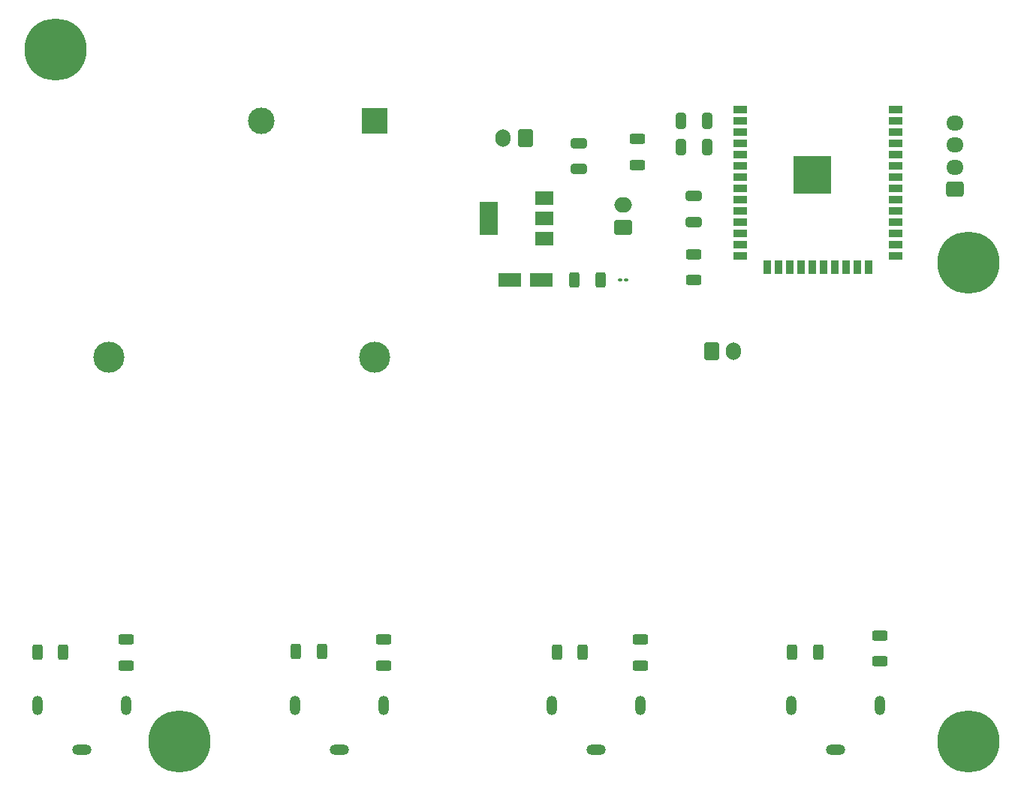
<source format=gbr>
%TF.GenerationSoftware,KiCad,Pcbnew,(6.0.10-0)*%
%TF.CreationDate,2023-07-20T21:22:03-04:00*%
%TF.ProjectId,Buzzers v2,42757a7a-6572-4732-9076-322e6b696361,rev?*%
%TF.SameCoordinates,Original*%
%TF.FileFunction,Soldermask,Top*%
%TF.FilePolarity,Negative*%
%FSLAX46Y46*%
G04 Gerber Fmt 4.6, Leading zero omitted, Abs format (unit mm)*
G04 Created by KiCad (PCBNEW (6.0.10-0)) date 2023-07-20 21:22:03*
%MOMM*%
%LPD*%
G01*
G04 APERTURE LIST*
G04 Aperture macros list*
%AMRoundRect*
0 Rectangle with rounded corners*
0 $1 Rounding radius*
0 $2 $3 $4 $5 $6 $7 $8 $9 X,Y pos of 4 corners*
0 Add a 4 corners polygon primitive as box body*
4,1,4,$2,$3,$4,$5,$6,$7,$8,$9,$2,$3,0*
0 Add four circle primitives for the rounded corners*
1,1,$1+$1,$2,$3*
1,1,$1+$1,$4,$5*
1,1,$1+$1,$6,$7*
1,1,$1+$1,$8,$9*
0 Add four rect primitives between the rounded corners*
20,1,$1+$1,$2,$3,$4,$5,0*
20,1,$1+$1,$4,$5,$6,$7,0*
20,1,$1+$1,$6,$7,$8,$9,0*
20,1,$1+$1,$8,$9,$2,$3,0*%
G04 Aperture macros list end*
%ADD10RoundRect,0.250000X0.625000X-0.312500X0.625000X0.312500X-0.625000X0.312500X-0.625000X-0.312500X0*%
%ADD11RoundRect,0.250000X-0.312500X-0.625000X0.312500X-0.625000X0.312500X0.625000X-0.312500X0.625000X0*%
%ADD12RoundRect,0.250000X0.600000X0.750000X-0.600000X0.750000X-0.600000X-0.750000X0.600000X-0.750000X0*%
%ADD13O,1.700000X2.000000*%
%ADD14RoundRect,0.250000X0.312500X0.625000X-0.312500X0.625000X-0.312500X-0.625000X0.312500X-0.625000X0*%
%ADD15C,7.000000*%
%ADD16RoundRect,0.250000X-0.600000X-0.750000X0.600000X-0.750000X0.600000X0.750000X-0.600000X0.750000X0*%
%ADD17O,1.200000X2.200000*%
%ADD18O,2.200000X1.200000*%
%ADD19RoundRect,0.250000X-0.325000X-0.650000X0.325000X-0.650000X0.325000X0.650000X-0.325000X0.650000X0*%
%ADD20RoundRect,0.100000X0.130000X0.100000X-0.130000X0.100000X-0.130000X-0.100000X0.130000X-0.100000X0*%
%ADD21R,1.500000X0.900000*%
%ADD22R,0.900000X1.500000*%
%ADD23C,0.475000*%
%ADD24R,4.200000X4.200000*%
%ADD25RoundRect,0.250000X1.050000X0.550000X-1.050000X0.550000X-1.050000X-0.550000X1.050000X-0.550000X0*%
%ADD26RoundRect,0.250000X0.650000X-0.325000X0.650000X0.325000X-0.650000X0.325000X-0.650000X-0.325000X0*%
%ADD27C,3.500000*%
%ADD28R,3.000000X3.000000*%
%ADD29C,3.000000*%
%ADD30RoundRect,0.250000X0.725000X-0.600000X0.725000X0.600000X-0.725000X0.600000X-0.725000X-0.600000X0*%
%ADD31O,1.950000X1.700000*%
%ADD32R,2.000000X1.500000*%
%ADD33R,2.000000X3.800000*%
%ADD34RoundRect,0.250000X0.750000X-0.600000X0.750000X0.600000X-0.750000X0.600000X-0.750000X-0.600000X0*%
%ADD35O,2.000000X1.700000*%
G04 APERTURE END LIST*
D10*
%TO.C,R9*%
X118000000Y-111462500D03*
X118000000Y-108537500D03*
%TD*%
D11*
%TO.C,R4*%
X137537500Y-110000000D03*
X140462500Y-110000000D03*
%TD*%
D12*
%TO.C,J1*%
X134000000Y-52000000D03*
D13*
X131500000Y-52000000D03*
%TD*%
D14*
%TO.C,R1*%
X142462500Y-68000000D03*
X139537500Y-68000000D03*
%TD*%
D11*
%TO.C,R2*%
X78950000Y-110000000D03*
X81875000Y-110000000D03*
%TD*%
D15*
%TO.C,H2*%
X184000000Y-120000000D03*
%TD*%
D16*
%TO.C,J8*%
X155000000Y-76000000D03*
D13*
X157500000Y-76000000D03*
%TD*%
D10*
%TO.C,R6*%
X146600000Y-55000000D03*
X146600000Y-52075000D03*
%TD*%
D15*
%TO.C,H3*%
X81000000Y-42000000D03*
%TD*%
D11*
%TO.C,R5*%
X164075000Y-110000000D03*
X167000000Y-110000000D03*
%TD*%
D17*
%TO.C,J5*%
X79000000Y-116000000D03*
D18*
X84000000Y-121000000D03*
D17*
X89000000Y-116000000D03*
%TD*%
D10*
%TO.C,R11*%
X153000000Y-68000000D03*
X153000000Y-65075000D03*
%TD*%
D19*
%TO.C,C3*%
X151525000Y-53000000D03*
X154475000Y-53000000D03*
%TD*%
D15*
%TO.C,H1*%
X184000000Y-66000000D03*
%TD*%
D20*
%TO.C,D1*%
X145320000Y-68000000D03*
X144680000Y-68000000D03*
%TD*%
D21*
%TO.C,U2*%
X158250000Y-48750000D03*
X158250000Y-50020000D03*
X158250000Y-51290000D03*
X158250000Y-52560000D03*
X158250000Y-53830000D03*
X158250000Y-55100000D03*
X158250000Y-56370000D03*
X158250000Y-57640000D03*
X158250000Y-58910000D03*
X158250000Y-60180000D03*
X158250000Y-61450000D03*
X158250000Y-62720000D03*
X158250000Y-63990000D03*
X158250000Y-65260000D03*
D22*
X161290000Y-66510000D03*
X162560000Y-66510000D03*
X163830000Y-66510000D03*
X165100000Y-66510000D03*
X166370000Y-66510000D03*
X167640000Y-66510000D03*
X168910000Y-66510000D03*
X170180000Y-66510000D03*
X171450000Y-66510000D03*
X172720000Y-66510000D03*
D21*
X175750000Y-65260000D03*
X175750000Y-63990000D03*
X175750000Y-62720000D03*
X175750000Y-61450000D03*
X175750000Y-60180000D03*
X175750000Y-58910000D03*
X175750000Y-57640000D03*
X175750000Y-56370000D03*
X175750000Y-55100000D03*
X175750000Y-53830000D03*
X175750000Y-52560000D03*
X175750000Y-51290000D03*
X175750000Y-50020000D03*
X175750000Y-48750000D03*
D23*
X166320000Y-55327500D03*
X167082500Y-56090000D03*
D24*
X166320000Y-56090000D03*
D23*
X166320000Y-56852500D03*
X167082500Y-54565000D03*
X167845000Y-55327500D03*
X167082500Y-57615000D03*
X165557500Y-57615000D03*
X164795000Y-55327500D03*
X167845000Y-56852500D03*
X165557500Y-54565000D03*
X165557500Y-56090000D03*
X164795000Y-56852500D03*
%TD*%
D25*
%TO.C,C2*%
X135800000Y-68000000D03*
X132200000Y-68000000D03*
%TD*%
D10*
%TO.C,R8*%
X147000000Y-111462500D03*
X147000000Y-108537500D03*
%TD*%
%TO.C,R7*%
X174000000Y-111000000D03*
X174000000Y-108075000D03*
%TD*%
D26*
%TO.C,C5*%
X153000000Y-61475000D03*
X153000000Y-58525000D03*
%TD*%
D10*
%TO.C,R10*%
X89000000Y-111462500D03*
X89000000Y-108537500D03*
%TD*%
D27*
%TO.C,BT1*%
X117000000Y-76700000D03*
X87000000Y-76700000D03*
D28*
X117000000Y-50000000D03*
D29*
X104200000Y-50000000D03*
%TD*%
D30*
%TO.C,J6*%
X182475000Y-57750000D03*
D31*
X182475000Y-55250000D03*
X182475000Y-52750000D03*
X182475000Y-50250000D03*
%TD*%
D17*
%TO.C,J2*%
X164000000Y-116000000D03*
D18*
X169000000Y-121000000D03*
D17*
X174000000Y-116000000D03*
%TD*%
D11*
%TO.C,R3*%
X108125000Y-109910000D03*
X111050000Y-109910000D03*
%TD*%
D32*
%TO.C,U1*%
X136150000Y-63300000D03*
D33*
X129850000Y-61000000D03*
D32*
X136150000Y-61000000D03*
X136150000Y-58700000D03*
%TD*%
D17*
%TO.C,J3*%
X137000000Y-116000000D03*
D18*
X142000000Y-121000000D03*
D17*
X147000000Y-116000000D03*
%TD*%
D19*
%TO.C,C4*%
X151525000Y-50000000D03*
X154475000Y-50000000D03*
%TD*%
D26*
%TO.C,C1*%
X140000000Y-55475000D03*
X140000000Y-52525000D03*
%TD*%
D17*
%TO.C,J4*%
X108000000Y-116000000D03*
D18*
X113000000Y-121000000D03*
D17*
X118000000Y-116000000D03*
%TD*%
D34*
%TO.C,J7*%
X145000000Y-62000000D03*
D35*
X145000000Y-59500000D03*
%TD*%
D15*
%TO.C,H4*%
X95000000Y-120000000D03*
%TD*%
M02*

</source>
